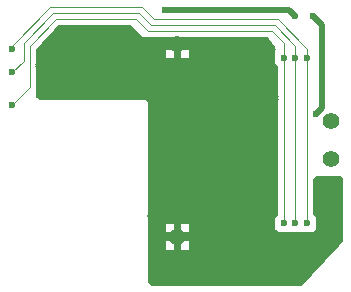
<source format=gbl>
*
%FSLAX33Y33*%
%MOMM*%
%ADD10C,0.050800*%
%ADD11R,2.489200X2.489200*%
%ADD12R,0.050800X0.050800*%
%ADD13R,0.152400X0.152400*%
%ADD14C,0.152400*%
%ADD15C,0.127000*%
%ADD16C,0.076200*%
%ADD17C,0.025400*%
%ADD18C,0.025000*%
%ADD19C,0.101600*%
%ADD20R,0.482600X0.482600*%
%ADD21R,0.736600X0.736600*%
%ADD22C,0.406400*%
%ADD23C,0.381000*%
%ADD24C,0.279400*%
%ADD25C,0.533400*%
%ADD26C,0.508000*%
%ADD27C,0.355600*%
%ADD28R,1.397000X1.397000*%
%ADD29C,1.397000*%
%ADD30C,1.092200*%
%ADD31R,5.080000X5.080000*%
%ADD32R,4.470400X4.470400*%
%ADD33R,0.406400X0.406400*%
%ADD34C,0.304800*%
%ADD35R,0.990600X0.990600*%
%ADD36C,0.600000*%
%ADD37C,1.400000*%
%ADD38C,0.500000*%
%ADD39C,0.120000*%
%IPPOS*%
%LNbottom*%
%LPD*%
G54D10*
X5025Y16761D02*
Y20739D01*
X7011Y22725D01*
X12989D01*
X13989Y21725D01*
X24489D01*
X25225Y20989D01*
Y19489D01*
X25475Y19239D01*
Y6761D01*
X25225Y6511D01*
Y5489D01*
X25489Y5225D01*
X28511D01*
X28775Y5489D01*
Y6511D01*
X28525Y6761D01*
Y9739D01*
X28761Y9975D01*
X30739D01*
X30975Y9739D01*
Y4510D01*
X27489Y775D01*
X14761D01*
X14525Y1011D01*
Y16261D01*
X14261Y16525D01*
X5261D01*
X5025Y16761D01*
X15975Y3725D02*
X16775D01*
Y4525D01*
X15975D01*
Y3725D01*
Y5225D02*
X16775D01*
Y6025D01*
X15975D01*
Y5225D01*
Y19975D02*
X16775D01*
Y20775D01*
X15975D01*
Y19975D01*
X17225Y3725D02*
X18025D01*
Y4525D01*
X17225D01*
Y3725D01*
Y5225D02*
X18025D01*
Y6025D01*
X17225D01*
Y5225D01*
Y19975D02*
X18025D01*
Y20775D01*
X17225D01*
Y19975D01*
X5076Y16750D02*
X25449D01*
X5076Y20750D02*
X15949D01*
X6076Y21750D02*
X13924D01*
X5326Y21000D02*
X25174D01*
X5051Y19500D02*
X25199D01*
X5051Y19250D02*
X25424D01*
X14551Y6750D02*
X25424D01*
X14551Y6500D02*
X25199D01*
X18051Y5500D02*
X25199D01*
X28576Y5250D02*
X30949D01*
X28801Y5500D02*
X30949D01*
X28801Y6500D02*
X30949D01*
X28576Y6750D02*
X30949D01*
X28576Y9750D02*
X30924D01*
X14576Y1000D02*
X27683D01*
X14551Y16250D02*
X25449D01*
X14326Y16500D02*
X25449D01*
X5051Y20000D02*
X15949D01*
X16801D02*
X17199D01*
X16801Y20750D02*
X17199D01*
X18051Y20000D02*
X25199D01*
X18051Y20750D02*
X25199D01*
X14551Y3750D02*
X15949D01*
X16801D02*
X17199D01*
X16801Y4500D02*
X17199D01*
X14551D02*
X15949D01*
X14551Y5250D02*
X15949D01*
X16801D02*
X17199D01*
X16801Y6000D02*
X17199D01*
X14551D02*
X15949D01*
X18051Y5250D02*
X25424D01*
X18051Y6000D02*
X25199D01*
X18051Y3750D02*
X30249D01*
X18051Y4500D02*
X30949D01*
G54D11*
X6245Y17995D02*
X24255D01*
G54D12*
X5025Y19225D02*
X25475D01*
G54D13*
X25424Y16576D02*
Y16674D01*
G54D14*
X5282Y16576D02*
X25424D01*
G54D15*
X5153Y16686D02*
X25437D01*
X5153Y16687D02*
X25437D01*
X5276Y16563D02*
X25437D01*
X5153Y16687D02*
X5276Y16563D01*
G54D16*
X5092Y16712D02*
X25462D01*
X5266Y16538D02*
X25462D01*
X5092Y16712D02*
X5266Y16538D01*
G54D17*
X5031Y16737D02*
X25487D01*
X5255Y16513D02*
X25487D01*
X5031Y16737D02*
X5255Y16513D01*
G54D18*
X5030Y16737D02*
X25487D01*
X5030D02*
X5255Y16513D01*
G54D13*
X5076Y19326D02*
Y19424D01*
G54D14*
Y19326D02*
X25316D01*
G54D15*
X5064Y19436D02*
X25224D01*
G54D19*
X5051Y19449D02*
X25229D01*
X25214Y19464D02*
X25377Y19301D01*
X5051D02*
X25377D01*
G54D10*
X25232Y19482D02*
X25439Y19275D01*
X5025D02*
X25439D01*
G54D18*
X25241Y19491D02*
X25470Y19263D01*
X5013D02*
X25470D01*
G54D20*
X5241Y19741D02*
X25009D01*
G54D12*
X5025Y19975D02*
X25225D01*
G54D21*
X5368Y20368D02*
X15632D01*
G54D12*
X5025Y20725D02*
X15975D01*
G54D13*
X25174Y20826D02*
Y20924D01*
G54D14*
X5184Y20826D02*
X25174D01*
G54D15*
X5276Y20936D02*
X25187D01*
G54D19*
X5123Y20801D02*
X5286Y20964D01*
X5271Y20949D02*
X25199D01*
X5123Y20801D02*
X25199D01*
G54D10*
X5061Y20775D02*
X5268Y20982D01*
X5061Y20775D02*
X25225D01*
G54D18*
X5030Y20763D02*
X5259Y20991D01*
X5030Y20763D02*
X25237D01*
G54D22*
X5741Y21203D02*
X24759D01*
G54D23*
X6079Y21559D02*
X24421D01*
G54D24*
X5349Y20901D02*
X6099Y21651D01*
X6058Y21610D02*
X24442D01*
X24913Y21140D01*
X5587D02*
X24913D01*
G54D19*
X6021Y21699D02*
X24479D01*
X25127Y21051D01*
X5373D02*
X25127D01*
G54D10*
X6011Y21725D02*
X24489D01*
X25189Y21025D01*
X5311D02*
X25189D01*
G54D18*
X24495Y21738D02*
X25220Y21013D01*
X5280D02*
X25220D01*
G54D25*
X6644Y22017D02*
X13356D01*
G54D26*
X7105Y22496D02*
X12895D01*
G54D27*
X6126Y21624D02*
X7074Y22572D01*
X12926D01*
X13874Y21624D01*
X6429Y21928D02*
X13571D01*
G54D15*
X6045Y21705D02*
X7026Y22687D01*
X12974D01*
X13955Y21705D01*
G54D16*
X6027Y21723D02*
X7016Y22712D01*
X12984D01*
X13973Y21723D01*
G54D17*
X6009Y21741D02*
X7005Y22737D01*
X12995D01*
X13991Y21741D01*
G54D13*
X25424Y16326D02*
Y16424D01*
G54D14*
X14532Y16326D02*
X25424D01*
G54D15*
X14403Y16436D02*
X25437D01*
X14403Y16437D02*
X25437D01*
X14526Y16314D02*
X25437D01*
X14295Y16545D02*
X14545Y16295D01*
G54D28*
X15199Y1699D02*
Y3052D01*
G54D29*
Y1699D02*
X27430D01*
X15199Y3051D02*
X28693D01*
G54D30*
X15046Y3204D02*
X29043D01*
X27334Y1373D02*
X29901Y4123D01*
X15046Y1546D02*
X27496D01*
G54D14*
X14782Y826D02*
X27467D01*
G54D15*
X14653Y936D02*
X27587D01*
X14653Y937D02*
X27587D01*
X27472Y814D02*
X27687Y1043D01*
X14776Y814D02*
X27472D01*
X14653Y937D02*
X14776Y814D01*
G54D16*
X14592Y962D02*
X27646D01*
X27483Y788D02*
X27705Y1026D01*
X14766Y788D02*
X27483D01*
X14592Y962D02*
X14766Y788D01*
G54D17*
X14531Y987D02*
X27704D01*
X27494Y763D02*
X27724Y1009D01*
X14755Y763D02*
X27494D01*
X14531Y987D02*
X14755Y763D01*
G54D18*
X14530Y987D02*
X27705D01*
X14530D02*
X14755Y763D01*
G54D21*
X14868Y4118D02*
X15632D01*
G54D12*
X14525Y4475D02*
X15975D01*
G54D21*
X14868Y4868D02*
X30632D01*
G54D12*
X14525Y5225D02*
X30975D01*
G54D21*
X14868Y5618D02*
X15632D01*
G54D12*
X14525Y5975D02*
X15975D01*
G54D20*
X14741Y6241D02*
X25009D01*
G54D12*
X14525Y6475D02*
X25225D01*
G54D13*
X14576Y6576D02*
Y6674D01*
G54D14*
Y6576D02*
X25218D01*
G54D15*
X14564Y6686D02*
X25347D01*
X14564Y6686D02*
X25347D01*
X25205Y6545D02*
X25347Y6686D01*
X14564Y6563D02*
X25224D01*
G54D16*
X14538Y6712D02*
X25408D01*
X25223Y6527D02*
X25408Y6712D01*
G54D17*
X14513Y6737D02*
X25469D01*
X25241Y6509D02*
X25469Y6737D01*
G54D18*
X14513Y6737D02*
X25470D01*
X25241Y6509D02*
X25470Y6737D01*
G54D31*
X17040Y9290D02*
X22960D01*
G54D32*
X16735Y14015D02*
X23265D01*
G54D20*
X16991Y3991D02*
Y4259D01*
G54D12*
X17225Y3775D02*
Y4475D01*
G54D20*
X16991Y5491D02*
Y5759D01*
G54D12*
X17225Y5275D02*
Y5975D01*
G54D20*
X16991Y20241D02*
Y20509D01*
G54D12*
X17225Y20025D02*
Y20725D01*
G54D33*
X18203Y3953D02*
Y4297D01*
G54D22*
Y3953D02*
X30212D01*
G54D23*
X18191Y4309D02*
X30562D01*
G54D34*
X18152Y4348D02*
X30649D01*
X30189Y3854D02*
X30649Y4348D01*
X18152Y3902D02*
X30234D01*
G54D15*
X18064Y4437D02*
X30854D01*
X30254Y3793D02*
X30854Y4437D01*
G54D16*
X18038Y4462D02*
X30912D01*
X30272Y3776D02*
X30912Y4462D01*
G54D17*
X18013Y4487D02*
X30971D01*
X30291Y3759D02*
X30971Y4487D01*
G54D18*
X18013Y4488D02*
X30971D01*
X30291Y3759D02*
X30971Y4488D01*
G54D13*
X18076Y5326D02*
Y5424D01*
G54D14*
Y5326D02*
X25316D01*
G54D15*
X18064Y5436D02*
X25224D01*
G54D19*
X18051Y5449D02*
X25229D01*
X25214Y5464D02*
X25464Y5214D01*
X18051Y5301D02*
X25377D01*
G54D20*
X18241Y5741D02*
X25009D01*
G54D12*
X18025Y5975D02*
X25225D01*
G54D21*
X18368Y20368D02*
X24882D01*
G54D12*
X18025Y20725D02*
X25225D01*
G54D13*
X30924Y5326D02*
Y5424D01*
G54D14*
X28684Y5326D02*
X30924D01*
G54D15*
X28776Y5436D02*
X30937D01*
G54D19*
X28536Y5214D02*
X28786Y5464D01*
X28771Y5449D02*
X30949D01*
X28623Y5301D02*
X30949D01*
G54D11*
X29745Y7995D02*
Y8505D01*
G54D12*
X30975Y6775D02*
Y9725D01*
G54D13*
X30924Y6576D02*
Y6674D01*
G54D14*
X28782Y6576D02*
X30924D01*
G54D15*
X28653Y6686D02*
X30937D01*
X28653Y6686D02*
X30937D01*
X28776Y6563D02*
X30937D01*
X28653Y6686D02*
X28795Y6545D01*
G54D16*
X28592Y6712D02*
X30962D01*
X28592D02*
X28777Y6527D01*
G54D17*
X28531Y6737D02*
X30987D01*
X28531D02*
X28759Y6509D01*
G54D18*
X28530Y6737D02*
X30987D01*
X28530D02*
X28759Y6509D01*
G54D14*
X28684Y9826D02*
X30816D01*
G54D15*
X28776Y9936D02*
X30724D01*
G54D19*
X28623Y9801D02*
X28771Y9949D01*
X30729D01*
X30877Y9801D01*
X28623D02*
X30877D01*
G54D10*
X28561Y9775D02*
X28761Y9975D01*
X30739D01*
X30939Y9775D01*
X28561D02*
X30939D01*
G54D18*
X28530Y9763D02*
X28755Y9987D01*
X30745D02*
X30970Y9763D01*
X28530D02*
X30970D01*
G54D35*
X29245Y5995D02*
X30505D01*
G54D12*
X28775Y6475D02*
X30975D01*
G54D36*
X24500Y19500D03*
Y20500D03*
Y21500D03*
Y4500D03*
Y5500D03*
Y6500D03*
X9500Y22000D03*
X12500Y18750D03*
X25000Y14000D03*
Y11000D03*
X23000D03*
Y14000D03*
X21000D03*
Y11000D03*
X30000Y9000D03*
Y7000D03*
Y4000D03*
X27000D03*
Y1250D03*
X24000D03*
Y3000D03*
X21000D03*
Y1250D03*
X18000D03*
Y3000D03*
X15000D03*
Y1250D03*
Y5000D03*
Y7000D03*
Y9000D03*
G54D37*
X17000Y21150D03*
Y4850D03*
G54D38*
X16000Y24000D02*
X26500D01*
X27000Y23500D01*
G54D36*
X16000Y24000D03*
X27000Y23500D03*
G54D37*
X30000Y14600D03*
Y11400D03*
G54D36*
X28500Y23500D03*
X28750Y15250D03*
G54D38*
X29250Y15750D01*
Y22750D01*
X28500Y23500D01*
G54D39*
X28000Y20000D02*
Y6000D01*
G54D36*
X3000Y20750D03*
X28000Y20000D03*
Y6000D03*
G54D39*
X3000Y20750D02*
Y21000D01*
X6250Y24250D01*
X14000D01*
X15000Y23250D01*
X25500D01*
X28000Y20750D01*
Y20000D01*
X27000Y6000D02*
Y20000D01*
G54D36*
X3000Y18750D03*
X27000Y20000D03*
Y6000D03*
G54D39*
Y20000D02*
Y21000D01*
X25250Y22750D01*
X14750D01*
X13750Y23750D01*
X6500D01*
X4000Y21250D01*
Y19750D01*
X3000Y18750D01*
X26000Y20000D02*
Y6000D01*
G54D36*
X3000Y16000D03*
X26000Y20000D03*
Y6000D03*
G54D39*
Y20000D02*
Y21250D01*
X25000Y22250D01*
X14500D01*
X13500Y23250D01*
X6750D01*
X4500Y21000D01*
Y17500D01*
X3000Y16000D01*
M02*

</source>
